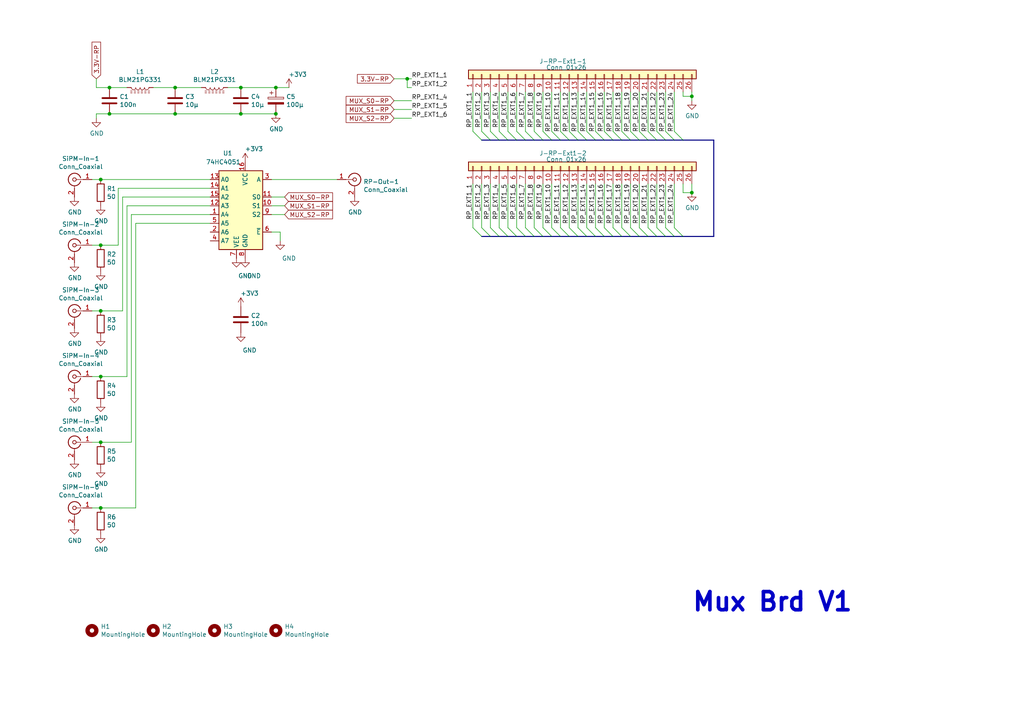
<source format=kicad_sch>
(kicad_sch (version 20231120) (generator "eeschema") (generator_version "8.0")
  (paper "A4")
  (lib_symbols
    (symbol "74xx:74HCT4051"
      (property "Reference" "U" (at -5.08 11.43 0))
      (property "Value" "74HCT4051" (at -7.62 -13.97 0))
      (symbol "74HCT4051_0_1"
        (rectangle (start -5.08 10.16) (end 7.62 -12.7) (stroke (width 0.254)) (fill (type background)))
      )
      (symbol "74HCT4051_1_1"
        (pin passive line (at 10.16 -2.54 180) (length 2.54) (name "A4") (number "1"))
        (pin input line (at -7.62 0 0) (length 2.54) (name "S1") (number "10"))
        (pin input line (at -7.62 2.54 0) (length 2.54) (name "S0") (number "11"))
        (pin passive line (at 10.16 0 180) (length 2.54) (name "A3") (number "12"))
        (pin passive line (at 10.16 7.62 180) (length 2.54) (name "A0") (number "13"))
        (pin passive line (at 10.16 5.08 180) (length 2.54) (name "A1") (number "14"))
        (pin passive line (at 10.16 2.54 180) (length 2.54) (name "A2") (number "15"))
        (pin power_in line (at 0 12.7 270) (length 2.54) (name "VCC") (number "16"))
        (pin passive line (at 10.16 -7.62 180) (length 2.54) (name "A6") (number "2"))
        (pin passive line (at -7.62 7.62 0) (length 2.54) (name "A") (number "3"))
        (pin passive line (at 10.16 -10.16 180) (length 2.54) (name "A7") (number "4"))
        (pin passive line (at 10.16 -5.08 180) (length 2.54) (name "A5") (number "5"))
        (pin input line (at -7.62 -7.62 0) (length 2.54) (name "~{E}") (number "6"))
        (pin power_in line (at 2.54 -15.24 90) (length 2.54) (name "VEE") (number "7"))
        (pin power_in line (at 0 -15.24 90) (length 2.54) (name "GND") (number "8"))
        (pin input line (at -7.62 -2.54 0) (length 2.54) (name "S2") (number "9"))
      )
    )
    (symbol "Connector:Conn_Coaxial" (pin_names (offset 1.016) hide)
      (property "Reference" "J" (at 0.254 3.048 0))
      (property "Value" "Conn_Coaxial" (at 2.921 0 90))
      (symbol "Conn_Coaxial_0_1"
        (arc (start -1.778 -0.508) (mid 0.2311 -1.8066) (end 1.778 0) (stroke (width 0.254)))
        (polyline (pts (xy -2.54 0) (xy -0.508 0)))
        (polyline (pts (xy 0 -2.54) (xy 0 -1.778)))
        (circle (center 0 0) (radius 0.508) (stroke (width 0.2032)))
        (arc (start 1.778 0) (mid 0.2099 1.8101) (end -1.778 0.508) (stroke (width 0.254)))
      )
      (symbol "Conn_Coaxial_1_1"
        (pin passive line (at -5.08 0 0) (length 2.54) (name "In") (number "1"))
        (pin passive line (at 0 -5.08 90) (length 2.54) (name "Ext") (number "2"))
      )
    )
    (symbol "Connector_Generic:Conn_01x26" (pin_names (offset 1.016) hide)
      (property "Reference" "J" (at 0 33.02 0))
      (property "Value" "Conn_01x26" (at 0 -35.56 0))
      (symbol "Conn_01x26_1_1"
        (rectangle (start -1.27 -32.893) (end 0 -33.147) (stroke (width 0.1524)))
        (rectangle (start -1.27 -30.353) (end 0 -30.607) (stroke (width 0.1524)))
        (rectangle (start -1.27 -27.813) (end 0 -28.067) (stroke (width 0.1524)))
        (rectangle (start -1.27 -25.273) (end 0 -25.527) (stroke (width 0.1524)))
        (rectangle (start -1.27 -22.733) (end 0 -22.987) (stroke (width 0.1524)))
        (rectangle (start -1.27 -20.193) (end 0 -20.447) (stroke (width 0.1524)))
        (rectangle (start -1.27 -17.653) (end 0 -17.907) (stroke (width 0.1524)))
        (rectangle (start -1.27 -15.113) (end 0 -15.367) (stroke (width 0.1524)))
        (rectangle (start -1.27 -12.573) (end 0 -12.827) (stroke (width 0.1524)))
        (rectangle (start -1.27 -10.033) (end 0 -10.287) (stroke (width 0.1524)))
        (rectangle (start -1.27 -7.493) (end 0 -7.747) (stroke (width 0.1524)))
        (rectangle (start -1.27 -4.953) (end 0 -5.207) (stroke (width 0.1524)))
        (rectangle (start -1.27 -2.413) (end 0 -2.667) (stroke (width 0.1524)))
        (rectangle (start -1.27 0.127) (end 0 -0.127) (stroke (width 0.1524)))
        (rectangle (start -1.27 2.667) (end 0 2.413) (stroke (width 0.1524)))
        (rectangle (start -1.27 5.207) (end 0 4.953) (stroke (width 0.1524)))
        (rectangle (start -1.27 7.747) (end 0 7.493) (stroke (width 0.1524)))
        (rectangle (start -1.27 10.287) (end 0 10.033) (stroke (width 0.1524)))
        (rectangle (start -1.27 12.827) (end 0 12.573) (stroke (width 0.1524)))
        (rectangle (start -1.27 15.367) (end 0 15.113) (stroke (width 0.1524)))
        (rectangle (start -1.27 17.907) (end 0 17.653) (stroke (width 0.1524)))
        (rectangle (start -1.27 20.447) (end 0 20.193) (stroke (width 0.1524)))
        (rectangle (start -1.27 22.987) (end 0 22.733) (stroke (width 0.1524)))
        (rectangle (start -1.27 25.527) (end 0 25.273) (stroke (width 0.1524)))
        (rectangle (start -1.27 28.067) (end 0 27.813) (stroke (width 0.1524)))
        (rectangle (start -1.27 30.607) (end 0 30.353) (stroke (width 0.1524)))
        (rectangle (start -1.27 31.75) (end 1.27 -34.29) (stroke (width 0.254)) (fill (type background)))
        (pin passive line (at -5.08 30.48 0) (length 3.81) (name "Pin_1") (number "1"))
        (pin passive line (at -5.08 7.62 0) (length 3.81) (name "Pin_10") (number "10"))
        (pin passive line (at -5.08 5.08 0) (length 3.81) (name "Pin_11") (number "11"))
        (pin passive line (at -5.08 2.54 0) (length 3.81) (name "Pin_12") (number "12"))
        (pin passive line (at -5.08 0 0) (length 3.81) (name "Pin_13") (number "13"))
        (pin passive line (at -5.08 -2.54 0) (length 3.81) (name "Pin_14") (number "14"))
        (pin passive line (at -5.08 -5.08 0) (length 3.81) (name "Pin_15") (number "15"))
        (pin passive line (at -5.08 -7.62 0) (length 3.81) (name "Pin_16") (number "16"))
        (pin passive line (at -5.08 -10.16 0) (length 3.81) (name "Pin_17") (number "17"))
        (pin passive line (at -5.08 -12.7 0) (length 3.81) (name "Pin_18") (number "18"))
        (pin passive line (at -5.08 -15.24 0) (length 3.81) (name "Pin_19") (number "19"))
        (pin passive line (at -5.08 27.94 0) (length 3.81) (name "Pin_2") (number "2"))
        (pin passive line (at -5.08 -17.78 0) (length 3.81) (name "Pin_20") (number "20"))
        (pin passive line (at -5.08 -20.32 0) (length 3.81) (name "Pin_21") (number "21"))
        (pin passive line (at -5.08 -22.86 0) (length 3.81) (name "Pin_22") (number "22"))
        (pin passive line (at -5.08 -25.4 0) (length 3.81) (name "Pin_23") (number "23"))
        (pin passive line (at -5.08 -27.94 0) (length 3.81) (name "Pin_24") (number "24"))
        (pin passive line (at -5.08 -30.48 0) (length 3.81) (name "Pin_25") (number "25"))
        (pin passive line (at -5.08 -33.02 0) (length 3.81) (name "Pin_26") (number "26"))
        (pin passive line (at -5.08 25.4 0) (length 3.81) (name "Pin_3") (number "3"))
        (pin passive line (at -5.08 22.86 0) (length 3.81) (name "Pin_4") (number "4"))
        (pin passive line (at -5.08 20.32 0) (length 3.81) (name "Pin_5") (number "5"))
        (pin passive line (at -5.08 17.78 0) (length 3.81) (name "Pin_6") (number "6"))
        (pin passive line (at -5.08 15.24 0) (length 3.81) (name "Pin_7") (number "7"))
        (pin passive line (at -5.08 12.7 0) (length 3.81) (name "Pin_8") (number "8"))
        (pin passive line (at -5.08 10.16 0) (length 3.81) (name "Pin_9") (number "9"))
      )
    )
    (symbol "Device:C" (pin_numbers hide) (pin_names (offset 0.254))
      (property "Reference" "C" (at 0.635 2.54 0))
      (property "Value" "C" (at 0.635 -2.54 0))
      (symbol "C_0_1"
        (polyline (pts (xy -2.032 -0.762) (xy 2.032 -0.762)) (stroke (width 0.508)))
        (polyline (pts (xy -2.032 0.762) (xy 2.032 0.762)) (stroke (width 0.508)))
      )
      (symbol "C_1_1"
        (pin passive line (at 0 3.81 270) (length 2.794) (name "~") (number "1"))
        (pin passive line (at 0 -3.81 90) (length 2.794) (name "~") (number "2"))
      )
    )
    (symbol "Device:R" (pin_numbers hide) (pin_names (offset 0))
      (property "Reference" "R" (at 2.032 0 90))
      (property "Value" "R" (at 0 0 90))
      (symbol "R_0_1"
        (rectangle (start -1.016 -2.54) (end 1.016 2.54) (stroke (width 0.254)))
      )
      (symbol "R_1_1"
        (pin passive line (at 0 3.81 270) (length 1.27) (name "~") (number "1"))
        (pin passive line (at 0 -3.81 90) (length 1.27) (name "~") (number "2"))
      )
    )
    (symbol "Mechanical:MountingHole" (pin_names (offset 1.016)) (exclude_from_sim yes) (in_bom no)
      (property "Reference" "H" (at 0 5.08 0))
      (property "Value" "MountingHole" (at 0 3.175 0))
      (symbol "MountingHole_0_1"
        (circle (center 0 0) (radius 1.27) (stroke (width 1.27)))
      )
    )
    (symbol "Mux Brd V1-rescue:+3.3V-power" (power) (pin_names (offset 0))
      (property "Value" "power_+3.3V" (at 0 3.556 0))
      (symbol "+3.3V-power_0_1"
        (polyline (pts (xy -0.762 1.27) (xy 0 2.54)))
        (polyline (pts (xy 0 0) (xy 0 2.54)))
        (polyline (pts (xy 0 2.54) (xy 0.762 1.27)))
      )
      (symbol "+3.3V-power_1_1"
        (pin power_in line (at 0 0 90) (length 0) hide (name "+3V3") (number "1"))
      )
    )
    (symbol "Mux Brd V1-rescue:CP-Device" (pin_numbers hide) (pin_names (offset 0.254))
      (property "Reference" "C" (at 0.635 2.54 0))
      (property "Value" "Device_CP" (at 0.635 -2.54 0))
      (symbol "CP-Device_0_1"
        (rectangle (start -2.286 0.508) (end 2.286 1.016))
        (polyline (pts (xy -1.778 2.286) (xy -0.762 2.286)))
        (polyline (pts (xy -1.27 2.794) (xy -1.27 1.778)))
        (rectangle (start 2.286 -0.508) (end -2.286 -1.016) (fill (type outline)))
      )
      (symbol "CP-Device_1_1"
        (pin passive line (at 0 3.81 270) (length 2.794) (name "~") (number "1"))
        (pin passive line (at 0 -3.81 90) (length 2.794) (name "~") (number "2"))
      )
    )
    (symbol "Mux Brd V1-rescue:GND-power" (power) (pin_names (offset 0))
      (property "Value" "power_GND" (at 0 -3.81 0))
      (symbol "GND-power_0_1"
        (polyline (pts (xy 0 0) (xy 0 -1.27) (xy 1.27 -1.27) (xy 0 -2.54) (xy -1.27 -1.27) (xy 0 -1.27)))
      )
      (symbol "GND-power_1_1"
        (pin power_in line (at 0 0 270) (length 0) hide (name "GND") (number "1"))
      )
    )
    (symbol "Mux Brd V1-rescue:L_Core_Ferrite-Device" (pin_numbers hide) (pin_names (offset 1.016) hide)
      (property "Reference" "L" (at -1.27 0 90))
      (property "Value" "Device_L_Core_Ferrite" (at 2.794 0 90))
      (symbol "L_Core_Ferrite-Device_0_1"
        (arc (start 0 -2.54) (mid 0.635 -1.905) (end 0 -1.27))
        (arc (start 0 -1.27) (mid 0.635 -0.635) (end 0 0))
        (polyline (pts (xy 1.016 -2.794) (xy 1.016 -2.286)))
        (polyline (pts (xy 1.016 -1.778) (xy 1.016 -1.27)))
        (polyline (pts (xy 1.016 -0.762) (xy 1.016 -0.254)))
        (polyline (pts (xy 1.016 0.254) (xy 1.016 0.762)))
        (polyline (pts (xy 1.016 1.27) (xy 1.016 1.778)))
        (polyline (pts (xy 1.016 2.286) (xy 1.016 2.794)))
        (polyline (pts (xy 1.524 -2.286) (xy 1.524 -2.794)))
        (polyline (pts (xy 1.524 -1.27) (xy 1.524 -1.778)))
        (polyline (pts (xy 1.524 -0.254) (xy 1.524 -0.762)))
        (polyline (pts (xy 1.524 0.762) (xy 1.524 0.254)))
        (polyline (pts (xy 1.524 1.778) (xy 1.524 1.27)))
        (polyline (pts (xy 1.524 2.794) (xy 1.524 2.286)))
        (arc (start 0 0) (mid 0.635 0.635) (end 0 1.27))
        (arc (start 0 1.27) (mid 0.635 1.905) (end 0 2.54))
      )
      (symbol "L_Core_Ferrite-Device_1_1"
        (pin passive line (at 0 3.81 270) (length 1.27) (name "1") (number "1"))
        (pin passive line (at 0 -3.81 90) (length 1.27) (name "2") (number "2"))
      )
    )
  )
  (junction (at 29.21 109.22))
  (junction (at 29.21 128.27))
  (junction (at 29.21 90.17))
  (junction (at 80.01 33.02))
  (junction (at 50.8 25.4))
  (junction (at 118.11 22.86))
  (junction (at 69.85 33.02))
  (junction (at 31.75 33.02))
  (junction (at 69.85 25.4))
  (junction (at 200.66 27.94))
  (junction (at 80.01 25.4))
  (junction (at 50.8 33.02))
  (junction (at 200.66 55.88))
  (junction (at 29.21 52.07))
  (junction (at 29.21 147.32))
  (junction (at 31.75 25.4))
  (junction (at 29.21 71.12))
  (bus_entry (at 139.7 66.04) (size 2.54 2.54))
  (bus_entry (at 147.32 66.04) (size 2.54 2.54))
  (bus_entry (at 182.88 38.1) (size 2.54 2.54))
  (bus_entry (at 190.5 66.04) (size 2.54 2.54))
  (bus_entry (at 177.8 66.04) (size 2.54 2.54))
  (bus_entry (at 154.94 66.04) (size 2.54 2.54))
  (bus_entry (at 157.48 66.04) (size 2.54 2.54))
  (bus_entry (at 180.34 66.04) (size 2.54 2.54))
  (bus_entry (at 139.7 38.1) (size 2.54 2.54))
  (bus_entry (at 160.02 38.1) (size 2.54 2.54))
  (bus_entry (at 175.26 38.1) (size 2.54 2.54))
  (bus_entry (at 185.42 66.04) (size 2.54 2.54))
  (bus_entry (at 149.86 66.04) (size 2.54 2.54))
  (bus_entry (at 193.04 38.1) (size 2.54 2.54))
  (bus_entry (at 144.78 66.04) (size 2.54 2.54))
  (bus_entry (at 152.4 38.1) (size 2.54 2.54))
  (bus_entry (at 147.32 38.1) (size 2.54 2.54))
  (bus_entry (at 195.58 66.04) (size 2.54 2.54))
  (bus_entry (at 175.26 66.04) (size 2.54 2.54))
  (bus_entry (at 160.02 66.04) (size 2.54 2.54))
  (bus_entry (at 157.48 38.1) (size 2.54 2.54))
  (bus_entry (at 167.64 66.04) (size 2.54 2.54))
  (bus_entry (at 137.16 38.1) (size 2.54 2.54))
  (bus_entry (at 167.64 38.1) (size 2.54 2.54))
  (bus_entry (at 180.34 38.1) (size 2.54 2.54))
  (bus_entry (at 162.56 66.04) (size 2.54 2.54))
  (bus_entry (at 177.8 38.1) (size 2.54 2.54))
  (bus_entry (at 165.1 66.04) (size 2.54 2.54))
  (bus_entry (at 187.96 38.1) (size 2.54 2.54))
  (bus_entry (at 144.78 38.1) (size 2.54 2.54))
  (bus_entry (at 142.24 66.04) (size 2.54 2.54))
  (bus_entry (at 190.5 38.1) (size 2.54 2.54))
  (bus_entry (at 185.42 38.1) (size 2.54 2.54))
  (bus_entry (at 142.24 38.1) (size 2.54 2.54))
  (bus_entry (at 187.96 66.04) (size 2.54 2.54))
  (bus_entry (at 193.04 66.04) (size 2.54 2.54))
  (bus_entry (at 170.18 66.04) (size 2.54 2.54))
  (bus_entry (at 149.86 38.1) (size 2.54 2.54))
  (bus_entry (at 165.1 38.1) (size 2.54 2.54))
  (bus_entry (at 137.16 66.04) (size 2.54 2.54))
  (bus_entry (at 170.18 38.1) (size 2.54 2.54))
  (bus_entry (at 182.88 66.04) (size 2.54 2.54))
  (bus_entry (at 152.4 66.04) (size 2.54 2.54))
  (bus_entry (at 172.72 66.04) (size 2.54 2.54))
  (bus_entry (at 172.72 38.1) (size 2.54 2.54))
  (bus_entry (at 154.94 38.1) (size 2.54 2.54))
  (bus_entry (at 162.56 38.1) (size 2.54 2.54))
  (bus_entry (at 195.58 38.1) (size 2.54 2.54))
  (wire (pts (xy 165.1 53.34) (xy 165.1 66.04)))
  (wire (pts (xy 149.86 26.67) (xy 149.86 38.1)))
  (wire (pts (xy 152.4 53.34) (xy 152.4 66.04)))
  (wire (pts (xy 190.5 26.67) (xy 190.5 38.1)))
  (wire (pts (xy 39.37 64.77) (xy 39.37 147.32)))
  (wire (pts (xy 144.78 53.34) (xy 144.78 66.04)))
  (wire (pts (xy 114.3 34.29) (xy 119.38 34.29)))
  (wire (pts (xy 175.26 53.34) (xy 175.26 66.04)))
  (wire (pts (xy 160.02 53.34) (xy 160.02 66.04)))
  (wire (pts (xy 185.42 53.34) (xy 185.42 66.04)))
  (bus (pts (xy 139.7 68.58) (xy 142.24 68.58)))
  (wire (pts (xy 39.37 147.32) (xy 29.21 147.32)))
  (wire (pts (xy 27.94 34.29) (xy 27.94 33.02)))
  (bus (pts (xy 177.8 40.64) (xy 180.34 40.64)))
  (bus (pts (xy 167.64 40.64) (xy 170.18 40.64)))
  (wire (pts (xy 26.67 52.07) (xy 29.21 52.07)))
  (wire (pts (xy 36.83 109.22) (xy 29.21 109.22)))
  (bus (pts (xy 147.32 68.58) (xy 149.86 68.58)))
  (wire (pts (xy 78.74 62.23) (xy 82.55 62.23)))
  (wire (pts (xy 78.74 67.31) (xy 81.28 67.31)))
  (wire (pts (xy 160.02 38.1) (xy 160.02 26.67)))
  (wire (pts (xy 27.94 33.02) (xy 31.75 33.02)))
  (wire (pts (xy 114.3 29.21) (xy 119.38 29.21)))
  (wire (pts (xy 31.75 33.02) (xy 50.8 33.02)))
  (wire (pts (xy 118.11 22.86) (xy 118.11 25.4)))
  (wire (pts (xy 172.72 53.34) (xy 172.72 66.04)))
  (wire (pts (xy 137.16 53.34) (xy 137.16 66.04)))
  (wire (pts (xy 118.11 25.4) (xy 119.38 25.4)))
  (wire (pts (xy 29.21 128.27) (xy 26.67 128.27)))
  (wire (pts (xy 139.7 26.67) (xy 139.7 38.1)))
  (wire (pts (xy 157.48 38.1) (xy 157.48 26.67)))
  (wire (pts (xy 26.67 147.32) (xy 29.21 147.32)))
  (wire (pts (xy 80.01 25.4) (xy 83.82 25.4)))
  (wire (pts (xy 114.3 31.75) (xy 119.38 31.75)))
  (wire (pts (xy 38.1 62.23) (xy 38.1 128.27)))
  (wire (pts (xy 34.29 71.12) (xy 34.29 54.61)))
  (wire (pts (xy 50.8 33.02) (xy 69.85 33.02)))
  (wire (pts (xy 200.66 27.94) (xy 200.66 29.21)))
  (wire (pts (xy 167.64 53.34) (xy 167.64 66.04)))
  (bus (pts (xy 144.78 40.64) (xy 147.32 40.64)))
  (wire (pts (xy 198.12 55.88) (xy 200.66 55.88)))
  (wire (pts (xy 187.96 53.34) (xy 187.96 66.04)))
  (bus (pts (xy 187.96 68.58) (xy 190.5 68.58)))
  (wire (pts (xy 177.8 53.34) (xy 177.8 66.04)))
  (bus (pts (xy 190.5 68.58) (xy 193.04 68.58)))
  (wire (pts (xy 118.11 22.86) (xy 119.38 22.86)))
  (bus (pts (xy 198.12 40.64) (xy 207.01 40.64)))
  (wire (pts (xy 36.83 25.4) (xy 31.75 25.4)))
  (wire (pts (xy 35.56 57.15) (xy 35.56 90.17)))
  (bus (pts (xy 147.32 40.64) (xy 149.86 40.64)))
  (wire (pts (xy 69.85 25.4) (xy 80.01 25.4)))
  (bus (pts (xy 198.12 68.58) (xy 207.01 68.58)))
  (bus (pts (xy 165.1 68.58) (xy 167.64 68.58)))
  (wire (pts (xy 66.04 25.4) (xy 69.85 25.4)))
  (wire (pts (xy 27.94 25.4) (xy 31.75 25.4)))
  (wire (pts (xy 60.96 57.15) (xy 35.56 57.15)))
  (wire (pts (xy 34.29 54.61) (xy 60.96 54.61)))
  (wire (pts (xy 26.67 90.17) (xy 29.21 90.17)))
  (wire (pts (xy 167.64 38.1) (xy 167.64 26.67)))
  (bus (pts (xy 195.58 40.64) (xy 198.12 40.64)))
  (wire (pts (xy 162.56 38.1) (xy 162.56 26.67)))
  (wire (pts (xy 142.24 26.67) (xy 142.24 38.1)))
  (wire (pts (xy 200.66 53.34) (xy 200.66 55.88)))
  (wire (pts (xy 198.12 26.67) (xy 198.12 27.94)))
  (bus (pts (xy 195.58 68.58) (xy 198.12 68.58)))
  (wire (pts (xy 180.34 53.34) (xy 180.34 66.04)))
  (wire (pts (xy 177.8 26.67) (xy 177.8 38.1)))
  (bus (pts (xy 157.48 40.64) (xy 160.02 40.64)))
  (bus (pts (xy 165.1 40.64) (xy 167.64 40.64)))
  (wire (pts (xy 193.04 53.34) (xy 193.04 66.04)))
  (wire (pts (xy 60.96 62.23) (xy 38.1 62.23)))
  (wire (pts (xy 78.74 59.69) (xy 82.55 59.69)))
  (wire (pts (xy 180.34 26.67) (xy 180.34 38.1)))
  (bus (pts (xy 142.24 68.58) (xy 144.78 68.58)))
  (wire (pts (xy 26.67 71.12) (xy 29.21 71.12)))
  (wire (pts (xy 187.96 26.67) (xy 187.96 38.1)))
  (bus (pts (xy 139.7 40.64) (xy 142.24 40.64)))
  (bus (pts (xy 154.94 68.58) (xy 157.48 68.58)))
  (wire (pts (xy 50.8 25.4) (xy 58.42 25.4)))
  (bus (pts (xy 160.02 40.64) (xy 162.56 40.64)))
  (wire (pts (xy 172.72 38.1) (xy 172.72 26.67)))
  (bus (pts (xy 193.04 40.64) (xy 195.58 40.64)))
  (bus (pts (xy 162.56 40.64) (xy 165.1 40.64)))
  (wire (pts (xy 182.88 53.34) (xy 182.88 66.04)))
  (wire (pts (xy 44.45 25.4) (xy 50.8 25.4)))
  (wire (pts (xy 29.21 52.07) (xy 60.96 52.07)))
  (wire (pts (xy 190.5 53.34) (xy 190.5 66.04)))
  (wire (pts (xy 29.21 109.22) (xy 26.67 109.22)))
  (bus (pts (xy 207.01 40.64) (xy 207.01 68.58)))
  (wire (pts (xy 193.04 26.67) (xy 193.04 38.1)))
  (bus (pts (xy 152.4 68.58) (xy 154.94 68.58)))
  (bus (pts (xy 182.88 40.64) (xy 185.42 40.64)))
  (wire (pts (xy 78.74 52.07) (xy 97.79 52.07)))
  (wire (pts (xy 198.12 53.34) (xy 198.12 55.88)))
  (bus (pts (xy 182.88 68.58) (xy 185.42 68.58)))
  (bus (pts (xy 180.34 40.64) (xy 182.88 40.64)))
  (wire (pts (xy 162.56 53.34) (xy 162.56 66.04)))
  (bus (pts (xy 175.26 40.64) (xy 177.8 40.64)))
  (bus (pts (xy 177.8 68.58) (xy 180.34 68.58)))
  (bus (pts (xy 190.5 40.64) (xy 193.04 40.64)))
  (wire (pts (xy 154.94 53.34) (xy 154.94 66.04)))
  (wire (pts (xy 29.21 90.17) (xy 35.56 90.17)))
  (wire (pts (xy 157.48 53.34) (xy 157.48 66.04)))
  (wire (pts (xy 200.66 26.67) (xy 200.66 27.94)))
  (bus (pts (xy 185.42 68.58) (xy 187.96 68.58)))
  (bus (pts (xy 162.56 68.58) (xy 165.1 68.58)))
  (wire (pts (xy 137.16 26.67) (xy 137.16 38.1)))
  (wire (pts (xy 170.18 53.34) (xy 170.18 66.04)))
  (wire (pts (xy 170.18 38.1) (xy 170.18 26.67)))
  (wire (pts (xy 152.4 38.1) (xy 152.4 26.67)))
  (bus (pts (xy 157.48 68.58) (xy 160.02 68.58)))
  (wire (pts (xy 182.88 26.67) (xy 182.88 38.1)))
  (wire (pts (xy 38.1 128.27) (xy 29.21 128.27)))
  (bus (pts (xy 170.18 68.58) (xy 172.72 68.58)))
  (bus (pts (xy 180.34 68.58) (xy 182.88 68.58)))
  (bus (pts (xy 144.78 68.58) (xy 147.32 68.58)))
  (wire (pts (xy 36.83 59.69) (xy 36.83 109.22)))
  (wire (pts (xy 195.58 53.34) (xy 195.58 66.04)))
  (wire (pts (xy 78.74 57.15) (xy 82.55 57.15)))
  (wire (pts (xy 175.26 38.1) (xy 175.26 26.67)))
  (bus (pts (xy 170.18 40.64) (xy 172.72 40.64)))
  (bus (pts (xy 154.94 40.64) (xy 157.48 40.64)))
  (wire (pts (xy 154.94 38.1) (xy 154.94 26.67)))
  (wire (pts (xy 29.21 71.12) (xy 34.29 71.12)))
  (wire (pts (xy 149.86 53.34) (xy 149.86 66.04)))
  (bus (pts (xy 152.4 40.64) (xy 154.94 40.64)))
  (bus (pts (xy 149.86 40.64) (xy 152.4 40.64)))
  (wire (pts (xy 69.85 33.02) (xy 80.01 33.02)))
  (bus (pts (xy 167.64 68.58) (xy 170.18 68.58)))
  (wire (pts (xy 144.78 26.67) (xy 144.78 38.1)))
  (bus (pts (xy 149.86 68.58) (xy 152.4 68.58)))
  (bus (pts (xy 160.02 68.58) (xy 162.56 68.58)))
  (bus (pts (xy 172.72 68.58) (xy 175.26 68.58)))
  (wire (pts (xy 185.42 26.67) (xy 185.42 38.1)))
  (wire (pts (xy 147.32 53.34) (xy 147.32 66.04)))
  (wire (pts (xy 142.24 53.34) (xy 142.24 66.04)))
  (wire (pts (xy 60.96 64.77) (xy 39.37 64.77)))
  (bus (pts (xy 175.26 68.58) (xy 177.8 68.58)))
  (wire (pts (xy 147.32 26.67) (xy 147.32 38.1)))
  (bus (pts (xy 142.24 40.64) (xy 144.78 40.64)))
  (wire (pts (xy 139.7 53.34) (xy 139.7 66.04)))
  (wire (pts (xy 198.12 27.94) (xy 200.66 27.94)))
  (wire (pts (xy 60.96 59.69) (xy 36.83 59.69)))
  (wire (pts (xy 81.28 67.31) (xy 81.28 69.85)))
  (wire (pts (xy 27.94 22.86) (xy 27.94 25.4)))
  (bus (pts (xy 185.42 40.64) (xy 187.96 40.64)))
  (wire (pts (xy 195.58 26.67) (xy 195.58 38.1)))
  (wire (pts (xy 114.3 22.86) (xy 118.11 22.86)))
  (bus (pts (xy 172.72 40.64) (xy 175.26 40.64)))
  (bus (pts (xy 187.96 40.64) (xy 190.5 40.64)))
  (wire (pts (xy 165.1 38.1) (xy 165.1 26.67)))
  (bus (pts (xy 193.04 68.58) (xy 195.58 68.58)))
  (text "Mux Brd V1" (at 247.65 177.8 0) (effects (font (size 5.2578 5.2578) (thickness 1.0516) (bold yes)) (justify right bottom)))
  (label "RP_EXT1_11" (at 162.56 26.67 270))
  (label "RP_EXT1_6" (at 149.86 26.67 270))
  (label "RP_EXT1_13" (at 167.64 53.34 270))
  (label "RP_EXT1_6" (at 149.86 53.34 270))
  (label "RP_EXT1_19" (at 182.88 53.34 270))
  (label "RP_EXT1_7" (at 152.4 26.67 270))
  (label "RP_EXT1_17" (at 177.8 53.34 270))
  (label "RP_EXT1_4" (at 144.78 26.67 270))
  (label "RP_EXT1_21" (at 187.96 26.67 270))
  (label "RP_EXT1_6" (at 119.38 34.29 0))
  (label "RP_EXT1_18" (at 180.34 53.34 270))
  (label "RP_EXT1_2" (at 119.38 25.4 0))
  (label "RP_EXT1_4" (at 119.38 29.21 0))
  (label "RP_EXT1_1" (at 137.16 26.67 270))
  (label "RP_EXT1_5" (at 147.32 26.67 270))
  (label "RP_EXT1_9" (at 157.48 53.34 270))
  (label "RP_EXT1_13" (at 167.64 26.67 270))
  (label "RP_EXT1_14" (at 170.18 53.34 270))
  (label "RP_EXT1_12" (at 165.1 53.34 270))
  (label "RP_EXT1_10" (at 160.02 53.34 270))
  (label "RP_EXT1_23" (at 193.04 26.67 270))
  (label "RP_EXT1_16" (at 175.26 26.67 270))
  (label "RP_EXT1_16" (at 175.26 53.34 270))
  (label "RP_EXT1_15" (at 172.72 53.34 270))
  (label "RP_EXT1_19" (at 182.88 26.67 270))
  (label "RP_EXT1_8" (at 154.94 53.34 270))
  (label "RP_EXT1_3" (at 142.24 26.67 270))
  (label "RP_EXT1_22" (at 190.5 26.67 270))
  (label "RP_EXT1_18" (at 180.34 26.67 270))
  (label "RP_EXT1_20" (at 185.42 53.34 270))
  (label "RP_EXT1_1" (at 137.16 53.34 270))
  (label "RP_EXT1_10" (at 160.02 26.67 270))
  (label "RP_EXT1_22" (at 190.5 53.34 270))
  (label "RP_EXT1_2" (at 139.7 53.34 270))
  (label "RP_EXT1_8" (at 154.94 26.67 270))
  (label "RP_EXT1_15" (at 172.72 26.67 270))
  (label "RP_EXT1_5" (at 119.38 31.75 0))
  (label "RP_EXT1_21" (at 187.96 53.34 270))
  (label "RP_EXT1_24" (at 195.58 26.67 270))
  (label "RP_EXT1_17" (at 177.8 26.67 270))
  (label "RP_EXT1_9" (at 157.48 26.67 270))
  (label "RP_EXT1_14" (at 170.18 26.67 270))
  (label "RP_EXT1_3" (at 142.24 53.34 270))
  (label "RP_EXT1_7" (at 152.4 53.34 270))
  (label "RP_EXT1_11" (at 162.56 53.34 270))
  (label "RP_EXT1_1" (at 119.38 22.86 0))
  (label "RP_EXT1_20" (at 185.42 26.67 270))
  (label "RP_EXT1_24" (at 195.58 53.34 270))
  (label "RP_EXT1_23" (at 193.04 53.34 270))
  (label "RP_EXT1_5" (at 147.32 53.34 270))
  (label "RP_EXT1_2" (at 139.7 26.67 270))
  (label "RP_EXT1_4" (at 144.78 53.34 270))
  (label "RP_EXT1_12" (at 165.1 26.67 270))
  (global_label "MUX_S2-RP" (shape input) (at 114.3 34.29 180) (property "Intersheetrefs" "${INTERSHEET_REFS}" (effects (hide yes))))
  (global_label "3.3V-RP" (shape input) (at 114.3 22.86 180) (property "Intersheetrefs" "${INTERSHEET_REFS}" (effects (hide yes))))
  (global_label "MUX_S1-RP" (shape input) (at 114.3 31.75 180) (property "Intersheetrefs" "${INTERSHEET_REFS}" (effects (hide yes))))
  (global_label "MUX_S1-RP" (shape input) (at 82.55 59.69 0) (property "Intersheetrefs" "${INTERSHEET_REFS}" (effects (hide yes))))
  (global_label "MUX_S0-RP" (shape input) (at 114.3 29.21 180) (property "Intersheetrefs" "${INTERSHEET_REFS}" (effects (hide yes))))
  (global_label "MUX_S2-RP" (shape input) (at 82.55 62.23 0) (property "Intersheetrefs" "${INTERSHEET_REFS}" (effects (hide yes))))
  (global_label "3.3V-RP" (shape input) (at 27.94 22.86 90) (property "Intersheetrefs" "${INTERSHEET_REFS}" (effects (hide yes))))
  (global_label "MUX_S0-RP" (shape input) (at 82.55 57.15 0) (property "Intersheetrefs" "${INTERSHEET_REFS}" (effects (hide yes))))
  (symbol (lib_id "74xx:74HCT4051") (at 71.12 59.69 0) (mirror y) (unit 1)
    (property "Reference" "U1" (at 66.04 44.45 0))
    (property "Value" "74HC4051" (at 64.77 46.99 0))
    (property "Footprint" "Package_DIP:DIP-16_W7.62mm_Socket_LongPads" (effects (hide yes)))
    (property "Datasheet" "http://www.ti.com/lit/ds/symlink/cd74hct4051.pdf" (effects (hide yes)))
  )
  (symbol (lib_id "Connector:Conn_Coaxial") (at 21.59 52.07 0) (mirror y) (unit 1)
    (property "Reference" "SiPM-In-1" (at 23.4188 46.0248 0))
    (property "Value" "Conn_Coaxial" (at 23.4188 48.3362 0))
    (property "Footprint" "FP_MJ:RFSOLUTIONS_CON-SMA-EDGE-S" (effects (hide yes)))
    (property "Datasheet" " ~" (effects (hide yes)))
  )
  (symbol (lib_id "Connector:Conn_Coaxial") (at 21.59 71.12 0) (mirror y) (unit 1)
    (property "Reference" "SiPM-In-2" (at 23.4188 65.0748 0))
    (property "Value" "Conn_Coaxial" (at 23.4188 67.3862 0))
    (property "Footprint" "FP_MJ:RFSOLUTIONS_CON-SMA-EDGE-S" (effects (hide yes)))
    (property "Datasheet" " ~" (effects (hide yes)))
  )
  (symbol (lib_id "Connector:Conn_Coaxial") (at 21.59 90.17 0) (mirror y) (unit 1)
    (property "Reference" "SiPM-In-3" (at 23.4188 84.1248 0))
    (property "Value" "Conn_Coaxial" (at 23.4188 86.4362 0))
    (property "Footprint" "FP_MJ:RFSOLUTIONS_CON-SMA-EDGE-S" (effects (hide yes)))
    (property "Datasheet" " ~" (effects (hide yes)))
  )
  (symbol (lib_id "Connector:Conn_Coaxial") (at 21.59 109.22 0) (mirror y) (unit 1)
    (property "Reference" "SiPM-In-4" (at 23.4188 103.1748 0))
    (property "Value" "Conn_Coaxial" (at 23.4188 105.4862 0))
    (property "Footprint" "FP_MJ:RFSOLUTIONS_CON-SMA-EDGE-S" (effects (hide yes)))
    (property "Datasheet" " ~" (effects (hide yes)))
  )
  (symbol (lib_id "Connector:Conn_Coaxial") (at 21.59 128.27 0) (mirror y) (unit 1)
    (property "Reference" "SiPM-In-5" (at 23.4188 122.2248 0))
    (property "Value" "Conn_Coaxial" (at 23.4188 124.5362 0))
    (property "Footprint" "FP_MJ:RFSOLUTIONS_CON-SMA-EDGE-S" (effects (hide yes)))
    (property "Datasheet" " ~" (effects (hide yes)))
  )
  (symbol (lib_id "Connector:Conn_Coaxial") (at 21.59 147.32 0) (mirror y) (unit 1)
    (property "Reference" "SiPM-In-6" (at 23.4188 141.2748 0))
    (property "Value" "Conn_Coaxial" (at 23.4188 143.5862 0))
    (property "Footprint" "FP_MJ:RFSOLUTIONS_CON-SMA-EDGE-S" (effects (hide yes)))
    (property "Datasheet" " ~" (effects (hide yes)))
  )
  (symbol (lib_id "Mux Brd V1-rescue:GND-power") (at 21.59 57.15 0) (unit 1)
    (property "Reference" "#PWR0101" (effects (hide yes)))
    (property "Value" "GND" (at 21.717 61.5442 0))
  )
  (symbol (lib_id "Mux Brd V1-rescue:GND-power") (at 21.59 76.2 0) (unit 1)
    (property "Reference" "#PWR0102" (effects (hide yes)))
    (property "Value" "GND" (at 21.717 80.5942 0))
  )
  (symbol (lib_id "Mux Brd V1-rescue:GND-power") (at 21.59 95.25 0) (unit 1)
    (property "Reference" "#PWR0103" (effects (hide yes)))
    (property "Value" "GND" (at 21.717 99.6442 0))
  )
  (symbol (lib_id "Mux Brd V1-rescue:GND-power") (at 21.59 114.3 0) (unit 1)
    (property "Reference" "#PWR0104" (effects (hide yes)))
    (property "Value" "GND" (at 21.717 118.6942 0))
  )
  (symbol (lib_id "Mux Brd V1-rescue:GND-power") (at 21.59 133.35 0) (unit 1)
    (property "Reference" "#PWR0105" (effects (hide yes)))
    (property "Value" "GND" (at 21.717 137.7442 0))
  )
  (symbol (lib_id "Mux Brd V1-rescue:GND-power") (at 21.59 152.4 0) (unit 1)
    (property "Reference" "#PWR0106" (effects (hide yes)))
    (property "Value" "GND" (at 21.717 156.7942 0))
  )
  (symbol (lib_id "Connector_Generic:Conn_01x26") (at 167.64 21.59 90) (unit 1)
    (property "Reference" "J-RP-Ext1-1" (at 170.18 17.78 90) (effects (justify left)))
    (property "Value" "Conn_01x26" (at 170.1546 19.558 90) (effects (justify left)))
    (property "Footprint" "Connector_IDC:IDC-Header_2x13_P2.54mm_Vertical" (effects (hide yes)))
  )
  (symbol (lib_id "Device:R") (at 29.21 55.88 0) (unit 1)
    (property "Reference" "R1" (at 30.988 54.7116 0) (effects (justify left)))
    (property "Value" "50" (at 30.988 57.023 0) (effects (justify left)))
    (property "Footprint" "Resistor_SMD:R_0805_2012Metric_Pad1.20x1.40mm_HandSolder" (effects (hide yes)))
  )
  (symbol (lib_id "Mux Brd V1-rescue:GND-power") (at 29.21 59.69 0) (unit 1)
    (property "Reference" "#PWR0107" (effects (hide yes)))
    (property "Value" "GND" (at 29.337 64.0842 0))
  )
  (symbol (lib_id "Device:R") (at 29.21 74.93 0) (unit 1)
    (property "Reference" "R2" (at 30.988 73.7616 0) (effects (justify left)))
    (property "Value" "50" (at 30.988 76.073 0) (effects (justify left)))
    (property "Footprint" "Resistor_SMD:R_0805_2012Metric_Pad1.20x1.40mm_HandSolder" (effects (hide yes)))
  )
  (symbol (lib_id "Device:R") (at 29.21 93.98 0) (unit 1)
    (property "Reference" "R3" (at 30.988 92.8116 0) (effects (justify left)))
    (property "Value" "50" (at 30.988 95.123 0) (effects (justify left)))
    (property "Footprint" "Resistor_SMD:R_0805_2012Metric_Pad1.20x1.40mm_HandSolder" (effects (hide yes)))
  )
  (symbol (lib_id "Device:R") (at 29.21 113.03 0) (unit 1)
    (property "Reference" "R4" (at 30.988 111.8616 0) (effects (justify left)))
    (property "Value" "50" (at 30.988 114.173 0) (effects (justify left)))
    (property "Footprint" "Resistor_SMD:R_0805_2012Metric_Pad1.20x1.40mm_HandSolder" (effects (hide yes)))
  )
  (symbol (lib_id "Device:R") (at 29.21 132.08 0) (unit 1)
    (property "Reference" "R5" (at 30.988 130.9116 0) (effects (justify left)))
    (property "Value" "50" (at 30.988 133.223 0) (effects (justify left)))
    (property "Footprint" "Resistor_SMD:R_0805_2012Metric_Pad1.20x1.40mm_HandSolder" (effects (hide yes)))
  )
  (symbol (lib_id "Device:R") (at 29.21 151.13 0) (unit 1)
    (property "Reference" "R6" (at 30.988 149.9616 0) (effects (justify left)))
    (property "Value" "50" (at 30.988 152.273 0) (effects (justify left)))
    (property "Footprint" "Resistor_SMD:R_0805_2012Metric_Pad1.20x1.40mm_HandSolder" (effects (hide yes)))
  )
  (symbol (lib_id "Mux Brd V1-rescue:GND-power") (at 29.21 78.74 0) (unit 1)
    (property "Reference" "#PWR0108" (effects (hide yes)))
    (property "Value" "GND" (at 29.337 83.1342 0))
  )
  (symbol (lib_id "Mux Brd V1-rescue:GND-power") (at 29.21 97.79 0) (unit 1)
    (property "Reference" "#PWR0109" (effects (hide yes)))
    (property "Value" "GND" (at 29.337 102.1842 0))
  )
  (symbol (lib_id "Mux Brd V1-rescue:GND-power") (at 29.21 116.84 0) (unit 1)
    (property "Reference" "#PWR0110" (effects (hide yes)))
    (property "Value" "GND" (at 29.337 121.2342 0))
  )
  (symbol (lib_id "Mux Brd V1-rescue:GND-power") (at 29.21 135.89 0) (unit 1)
    (property "Reference" "#PWR0111" (effects (hide yes)))
    (property "Value" "GND" (at 29.337 140.2842 0))
  )
  (symbol (lib_id "Mux Brd V1-rescue:GND-power") (at 29.21 154.94 0) (unit 1)
    (property "Reference" "#PWR0112" (effects (hide yes)))
    (property "Value" "GND" (at 29.337 159.3342 0))
  )
  (symbol (lib_id "Mux Brd V1-rescue:GND-power") (at 71.12 74.93 0) (unit 1)
    (property "Reference" "#PWR0113" (effects (hide yes)))
    (property "Value" "GND" (at 73.66 80.01 0))
  )
  (symbol (lib_id "Mux Brd V1-rescue:GND-power") (at 81.28 69.85 0) (unit 1)
    (property "Reference" "#PWR0114" (effects (hide yes)))
    (property "Value" "GND" (at 83.82 74.93 0))
  )
  (symbol (lib_id "Connector:Conn_Coaxial") (at 102.87 52.07 0) (unit 1)
    (property "Reference" "RP-Out-1" (at 105.41 52.705 0) (effects (justify left)))
    (property "Value" "Conn_Coaxial" (at 105.41 55.0164 0) (effects (justify left)))
    (property "Footprint" "FP_MJ:RFSOLUTIONS_CON-SMA-EDGE-S" (effects (hide yes)))
    (property "Datasheet" " ~" (effects (hide yes)))
  )
  (symbol (lib_id "Mux Brd V1-rescue:GND-power") (at 102.87 57.15 0) (unit 1)
    (property "Reference" "#PWR0115" (effects (hide yes)))
    (property "Value" "GND" (at 102.997 61.5442 0))
  )
  (symbol (lib_id "Device:C") (at 31.75 29.21 0) (unit 1)
    (property "Reference" "C1" (at 34.671 28.0416 0) (effects (justify left)))
    (property "Value" "100n" (at 34.671 30.353 0) (effects (justify left)))
    (property "Footprint" "Capacitor_SMD:C_0805_2012Metric_Pad1.18x1.45mm_HandSolder" (effects (hide yes)))
  )
  (symbol (lib_id "Mux Brd V1-rescue:L_Core_Ferrite-Device") (at 40.64 25.4 270) (unit 1)
    (property "Reference" "L1" (at 40.64 20.8026 90))
    (property "Value" "BLM21PG331" (at 40.64 23.114 90))
    (property "Footprint" "Inductor_SMD:L_0805_2012Metric_Pad1.15x1.40mm_HandSolder" (effects (hide yes)))
  )
  (symbol (lib_id "Device:C") (at 50.8 29.21 0) (unit 1)
    (property "Reference" "C3" (at 53.721 28.0416 0) (effects (justify left)))
    (property "Value" "10µ" (at 53.721 30.353 0) (effects (justify left)))
    (property "Footprint" "Capacitor_SMD:C_1206_3216Metric_Pad1.33x1.80mm_HandSolder" (effects (hide yes)))
  )
  (symbol (lib_id "Device:C") (at 69.85 29.21 0) (unit 1)
    (property "Reference" "C4" (at 72.771 28.0416 0) (effects (justify left)))
    (property "Value" "10µ" (at 72.771 30.353 0) (effects (justify left)))
    (property "Footprint" "Capacitor_SMD:C_1206_3216Metric_Pad1.33x1.80mm_HandSolder" (effects (hide yes)))
  )
  (symbol (lib_id "Mux Brd V1-rescue:CP-Device") (at 80.01 29.21 0) (unit 1)
    (property "Reference" "C5" (at 83.0072 28.0416 0) (effects (justify left)))
    (property "Value" "100µ" (at 83.0072 30.353 0) (effects (justify left)))
    (property "Footprint" "Capacitor_SMD:CP_Elec_6.3x7.7" (effects (hide yes)))
  )
  (symbol (lib_id "Mux Brd V1-rescue:GND-power") (at 80.01 33.02 0) (unit 1)
    (property "Reference" "#PWR0116" (effects (hide yes)))
    (property "Value" "GND" (at 80.137 37.4142 0))
  )
  (symbol (lib_id "Mux Brd V1-rescue:GND-power") (at 68.58 74.93 0) (unit 1)
    (property "Reference" "#PWR0118" (effects (hide yes)))
    (property "Value" "GND" (at 71.12 80.01 0))
  )
  (symbol (lib_id "Mux Brd V1-rescue:+3.3V-power") (at 71.12 46.99 0) (unit 1)
    (property "Reference" "#PWR0119" (effects (hide yes)))
    (property "Value" "+3V3" (at 73.66 43.18 0))
  )
  (symbol (lib_id "Connector_Generic:Conn_01x26") (at 167.64 48.26 90) (unit 1)
    (property "Reference" "J-RP-Ext1-2" (at 170.18 44.45 90) (effects (justify left)))
    (property "Value" "Conn_01x26" (at 170.1546 46.228 90) (effects (justify left)))
    (property "Footprint" "Connector_IDC:IDC-Header_2x13_P2.54mm_Vertical" (effects (hide yes)))
  )
  (symbol (lib_id "Mechanical:MountingHole") (at 26.67 182.88 0) (unit 1)
    (property "Reference" "H1" (at 29.21 181.7116 0) (effects (justify left)))
    (property "Value" "MountingHole" (at 29.21 184.023 0) (effects (justify left)))
    (property "Footprint" "MountingHole:MountingHole_3.2mm_M3_ISO7380" (effects (hide yes)))
  )
  (symbol (lib_id "Mechanical:MountingHole") (at 44.45 182.88 0) (unit 1)
    (property "Reference" "H2" (at 46.99 181.7116 0) (effects (justify left)))
    (property "Value" "MountingHole" (at 46.99 184.023 0) (effects (justify left)))
    (property "Footprint" "MountingHole:MountingHole_3.2mm_M3_ISO7380" (effects (hide yes)))
  )
  (symbol (lib_id "Mechanical:MountingHole") (at 62.23 182.88 0) (unit 1)
    (property "Reference" "H3" (at 64.77 181.7116 0) (effects (justify left)))
    (property "Value" "MountingHole" (at 64.77 184.023 0) (effects (justify left)))
    (property "Footprint" "MountingHole:MountingHole_3.2mm_M3_ISO7380" (effects (hide yes)))
  )
  (symbol (lib_id "Mechanical:MountingHole") (at 80.01 182.88 0) (unit 1)
    (property "Reference" "H4" (at 82.55 181.7116 0) (effects (justify left)))
    (property "Value" "MountingHole" (at 82.55 184.023 0) (effects (justify left)))
    (property "Footprint" "MountingHole:MountingHole_3.2mm_M3_ISO7380" (effects (hide yes)))
  )
  (symbol (lib_id "Device:C") (at 69.85 92.71 0) (unit 1)
    (property "Reference" "C2" (at 72.771 91.5416 0) (effects (justify left)))
    (property "Value" "100n" (at 72.771 93.853 0) (effects (justify left)))
    (property "Footprint" "Capacitor_SMD:C_0805_2012Metric_Pad1.18x1.45mm_HandSolder" (effects (hide yes)))
  )
  (symbol (lib_id "Mux Brd V1-rescue:GND-power") (at 69.85 96.52 0) (unit 1)
    (property "Reference" "#PWR0117" (effects (hide yes)))
    (property "Value" "GND" (at 72.39 101.6 0))
  )
  (symbol (lib_id "Mux Brd V1-rescue:+3.3V-power") (at 69.85 88.9 0) (unit 1)
    (property "Reference" "#PWR0121" (effects (hide yes)))
    (property "Value" "+3V3" (at 72.39 85.09 0))
  )
  (symbol (lib_id "Mux Brd V1-rescue:GND-power") (at 27.94 34.29 0) (unit 1)
    (property "Reference" "#PWR0122" (effects (hide yes)))
    (property "Value" "GND" (at 28.067 38.6842 0))
  )
  (symbol (lib_id "Mux Brd V1-rescue:GND-power") (at 200.66 29.21 0) (unit 1)
    (property "Reference" "#PWR0123" (effects (hide yes)))
    (property "Value" "GND" (at 200.787 33.6042 0))
  )
  (symbol (lib_id "Mux Brd V1-rescue:GND-power") (at 200.66 55.88 0) (unit 1)
    (property "Reference" "#PWR0124" (effects (hide yes)))
    (property "Value" "GND" (at 200.787 60.2742 0))
  )
  (symbol (lib_id "Mux Brd V1-rescue:L_Core_Ferrite-Device") (at 62.23 25.4 270) (unit 1)
    (property "Reference" "L2" (at 62.23 20.8026 90))
    (property "Value" "BLM21PG331" (at 62.23 23.114 90))
    (property "Footprint" "Inductor_SMD:L_0805_2012Metric_Pad1.15x1.40mm_HandSolder" (effects (hide yes)))
  )
  (symbol (lib_id "Mux Brd V1-rescue:+3.3V-power") (at 83.82 25.4 0) (unit 1)
    (property "Reference" "#PWR0120" (effects (hide yes)))
    (property "Value" "+3V3" (at 86.36 21.59 0))
  )
)
</source>
